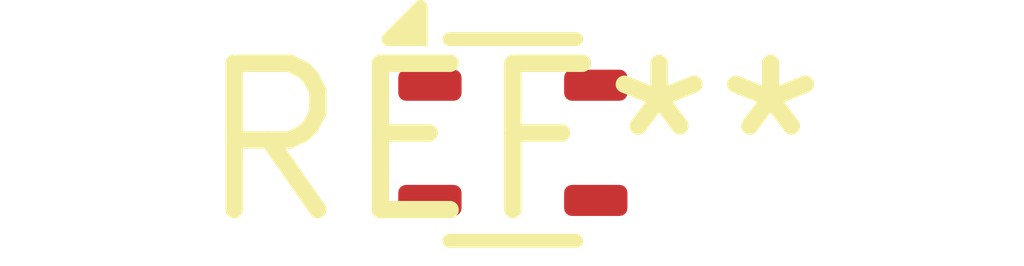
<source format=kicad_pcb>
(kicad_pcb (version 20240108) (generator pcbnew)
  (layers (0 "F.Cu" signal) (31 "B.Cu" signal) (34 "B.Paste" user) (35 "F.Paste" user) (36 "B.SilkS" user "B.Silkscreen") (37 "F.SilkS" user "F.Silkscreen") (38 "B.Mask" user) (39 "F.Mask" user) (44 "Edge.Cuts" user))
  (net 0 "")
  (footprint "SOT-543" (layer "F.Cu") (at 0 0)
    (property "Reference" "REF**")
    (property "Value" "SOT-543")
    (fp_line (start 0.55 -0.9) (end -0.55 -0.9) (layer "F.SilkS") (stroke (width 0.12)))
    (fp_line (start 0.55 0.85) (end -0.55 0.85) (layer "F.SilkS") (stroke (width 0.12)))
    (fp_poly (pts (xy -0.8 -0.9) (xy -1.08 -0.9) (xy -0.8 -1.18) (xy -0.8 -0.9)) (layer "F.SilkS") (stroke (width 0.12)) (fill solid))
    (pad "1" smd roundrect (at -0.72 -0.5 270) (size 0.27 0.55) (layers "F.Cu" "F.Paste" "F.Mask"))
    (pad "2" smd roundrect (at -0.72 0.5 270) (size 0.27 0.55) (layers "F.Cu" "F.Paste" "F.Mask"))
    (pad "3" smd roundrect (at 0.72 0.5 270) (size 0.27 0.55) (layers "F.Cu" "F.Paste" "F.Mask"))
    (pad "4" smd roundrect (at 0.72 -0.5 270) (size 0.27 0.55) (layers "F.Cu" "F.Paste" "F.Mask"))
  )
)
</source>
